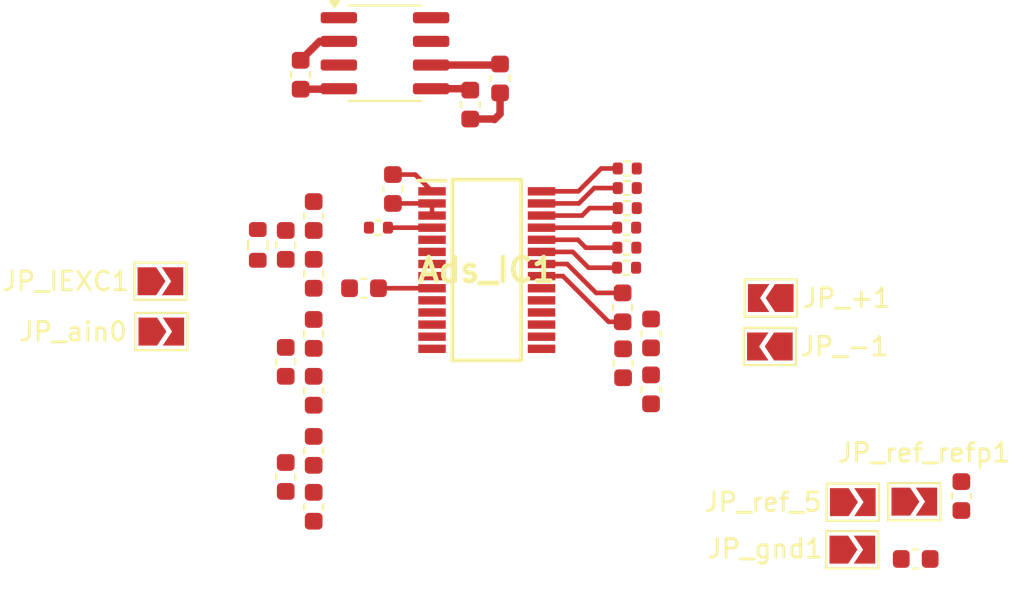
<source format=kicad_pcb>
(kicad_pcb (version 20240108) (generator "pcbnew") (generator_version "8.0")
  (layers (0 "F.Cu" signal) (31 "B.Cu" signal) (34 "B.Paste" user) (35 "F.Paste" user) (36 "B.SilkS" user "B.Silkscreen") (37 "F.SilkS" user "F.Silkscreen") (38 "B.Mask" user) (39 "F.Mask" user) (44 "Edge.Cuts" user))
  (net 0 "")
  (net 1 "+3.3V")
  (net 2 "AVSS")
  (net 3 "AVDD")
  (net 4 "VRefOut")
  (net 5 "/Reset_Ads")
  (net 6 "/SCLK_Ads")
  (net 7 "/DIN_Ads")
  (net 8 "/DOUT_Ads")
  (net 9 "/DRDY_Ads")
  (net 10 "/CS_Ads")
  (net 11 "/START_Ads")
  (net 12 "Net-(Ads_IC1-~{RESET})")
  (net 13 "Net-(Ads_IC1-START)")
  (net 14 "Net-(Ads_IC1-~{CS})")
  (net 15 "Net-(Ads_IC1-~{DRDY})")
  (net 16 "Net-(Ads_IC1-DOUT{slash}~{DRDY})")
  (net 17 "Net-(Ads_IC1-DIN)")
  (net 18 "Net-(Ads_IC1-SCLK)")
  (net 21 "Net-(U1-Trim{slash}NR)")
  (net 24 "REFN0")
  (net 25 "ain3")
  (net 26 "REFP0")
  (net 27 "ain0")
  (net 28 "/5V")
  (net 29 "IEXC1")
  (net 30 "IEXC2")
  (net 31 "ain1")
  (net 32 "ain6")
  (net 33 "ain7")
  (net 34 "/sens_pressure_+")
  (net 35 "/sens_pressure_-")
  (net 36 "/sens_pressure_GND")
  (net 37 "/sens_pressure_ref_5V")
  (net 38 "REFP1")
  (footprint "Jumper:SolderJumper-2_P1.3mm_Open_TrianglePad1.0x1.5mm" (layer "F.Cu") (at 138.725 91.3)
    (property "Reference" "JP_ain0" (at -4.725 0 0) (layer "F.SilkS"))
    (property "Value" "Jumper_2_Open")
    (fp_line (start -1.4 -1) (end 1.4 -1) (stroke (width 0.12)) (layer "F.SilkS"))
    (fp_line (start -1.4 1) (end -1.4 -1) (stroke (width 0.12)) (layer "F.SilkS"))
    (fp_line (start 1.4 -1) (end 1.4 1) (stroke (width 0.12)) (layer "F.SilkS"))
    (fp_line (start 1.4 1) (end -1.4 1) (stroke (width 0.12)) (layer "F.SilkS"))
    (pad "1" smd custom (at -0.725 0) (size 0.3 0.3) (layers "F.Cu" "F.Mask") (net 27 "ain0") (options (clearance outline) (anchor rect)) (primitives (gr_poly (pts (xy 1 0) (xy 0.5 0.75) (xy -0.5 0.75) (xy -0.5 -0.75) (xy 0.5 -0.75)) (width 0) (fill yes))))
    (pad "2" smd custom (at 0.725 0) (size 0.3 0.3) (layers "F.Cu" "F.Mask") (net 31 "ain1") (options (clearance outline) (anchor rect)) (primitives (gr_poly (pts (xy 0.5 0.75) (xy -0.65 0.75) (xy -0.15 0) (xy -0.65 -0.75) (xy 0.5 -0.75)) (width 0) (fill yes))))
  )
  (footprint "Jumper:SolderJumper-2_P1.3mm_Open_TrianglePad1.0x1.5mm" (layer "F.Cu") (at 179.125 100.425)
    (property "Reference" "JP_ref_refp1" (at 0.525 -2.625 0) (layer "F.SilkS"))
    (property "Value" "Jumper_2_Open")
    (fp_line (start -1.4 -1) (end 1.4 -1) (stroke (width 0.12)) (layer "F.SilkS"))
    (fp_line (start -1.4 1) (end -1.4 -1) (stroke (width 0.12)) (layer "F.SilkS"))
    (fp_line (start 1.4 -1) (end 1.4 1) (stroke (width 0.12)) (layer "F.SilkS"))
    (fp_line (start 1.4 1) (end -1.4 1) (stroke (width 0.12)) (layer "F.SilkS"))
    (pad "1" smd custom (at -0.725 0) (size 0.3 0.3) (layers "F.Cu" "F.Mask") (net 3 "AVDD") (options (clearance outline) (anchor rect)) (primitives (gr_poly (pts (xy 1 0) (xy 0.5 0.75) (xy -0.5 0.75) (xy -0.5 -0.75) (xy 0.5 -0.75)) (width 0) (fill yes))))
    (pad "2" smd custom (at 0.725 0) (size 0.3 0.3) (layers "F.Cu" "F.Mask") (net 38 "REFP1") (options (clearance outline) (anchor rect)) (primitives (gr_poly (pts (xy 0.5 0.75) (xy -0.65 0.75) (xy -0.15 0) (xy -0.65 -0.75) (xy 0.5 -0.75)) (width 0) (fill yes))))
  )
  (footprint "Package_SO:SOIC-8_3.9x4.9mm_P1.27mm" (layer "F.Cu") (at 150.725 76.365)
    (property "Reference" "U1" (hide yes))
    (property "Value" "REF5050AD")
    (fp_line (start 0 -2.56) (end -1.95 -2.56) (stroke (width 0.12)) (layer "F.SilkS"))
    (fp_line (start 0 -2.56) (end 1.95 -2.56) (stroke (width 0.12)) (layer "F.SilkS"))
    (fp_line (start 0 2.56) (end -1.95 2.56) (stroke (width 0.12)) (layer "F.SilkS"))
    (fp_line (start 0 2.56) (end 1.95 2.56) (stroke (width 0.12)) (layer "F.SilkS"))
    (fp_poly (pts (xy -2.7 -2.465) (xy -2.94 -2.795) (xy -2.46 -2.795) (xy -2.7 -2.465)) (stroke (width 0.12)) (fill solid) (layer "F.SilkS"))
    (pad "1" smd roundrect (at -2.475 -1.905) (size 1.95 0.6) (layers "F.Cu" "F.Paste" "F.Mask"))
    (pad "2" smd roundrect (at -2.475 -0.635) (size 1.95 0.6) (layers "F.Cu" "F.Paste" "F.Mask") (net 28 "/5V"))
    (pad "3" smd roundrect (at -2.475 0.635) (size 1.95 0.6) (layers "F.Cu" "F.Paste" "F.Mask"))
    (pad "4" smd roundrect (at -2.475 1.905) (size 1.95 0.6) (layers "F.Cu" "F.Paste" "F.Mask") (net 2 "AVSS"))
    (pad "5" smd roundrect (at 2.475 1.905) (size 1.95 0.6) (layers "F.Cu" "F.Paste" "F.Mask") (net 21 "Net-(U1-Trim{slash}NR)"))
    (pad "6" smd roundrect (at 2.475 0.635) (size 1.95 0.6) (layers "F.Cu" "F.Paste" "F.Mask") (net 3 "AVDD"))
    (pad "7" smd roundrect (at 2.475 -0.635) (size 1.95 0.6) (layers "F.Cu" "F.Paste" "F.Mask"))
    (pad "8" smd roundrect (at 2.475 -1.905) (size 1.95 0.6) (layers "F.Cu" "F.Paste" "F.Mask"))
  )
  (footprint "Capacitor_SMD:C_0603_1608Metric" (layer "F.Cu") (at 151.15 83.65 -90)
    (property "Reference" "Ads_C1" (hide yes))
    (property "Value" "0.1uF")
    (fp_line (start -0.14058 0.51) (end 0.14058 0.51) (stroke (width 0.12)) (layer "F.SilkS"))
    (fp_line (start -0.14058 -0.51) (end 0.14058 -0.51) (stroke (width 0.12)) (layer "F.SilkS"))
    (pad "1" smd roundrect (at -0.775 0 270) (size 0.9 0.95) (layers "F.Cu" "F.Paste" "F.Mask") (net 1 "+3.3V"))
    (pad "2" smd roundrect (at 0.775 0 270) (size 0.9 0.95) (layers "F.Cu" "F.Paste" "F.Mask") (net 2 "AVSS"))
  )
  (footprint "Capacitor_SMD:C_0603_1608Metric" (layer "F.Cu") (at 179.2 103.5 180)
    (property "Reference" "Ads_ref_1_C2" (hide yes))
    (property "Value" "0.1uF")
    (fp_line (start -0.14058 0.51) (end 0.14058 0.51) (stroke (width 0.12)) (layer "F.SilkS"))
    (fp_line (start -0.14058 -0.51) (end 0.14058 -0.51) (stroke (width 0.12)) (layer "F.SilkS"))
    (pad "1" smd roundrect (at -0.775 0 180) (size 0.9 0.95) (layers "F.Cu" "F.Paste" "F.Mask") (net 38 "REFP1"))
    (pad "2" smd roundrect (at 0.775 0 180) (size 0.9 0.95) (layers "F.Cu" "F.Paste" "F.Mask") (net 2 "AVSS"))
  )
  (footprint "Jumper:SolderJumper-2_P1.3mm_Open_TrianglePad1.0x1.5mm" (layer "F.Cu") (at 175.825 100.45)
    (property "Reference" "JP_ref_5" (at -4.825 0 0) (layer "F.SilkS"))
    (property "Value" "Jumper_2_Open")
    (fp_line (start -1.4 -1) (end 1.4 -1) (stroke (width 0.12)) (layer "F.SilkS"))
    (fp_line (start -1.4 1) (end -1.4 -1) (stroke (width 0.12)) (layer "F.SilkS"))
    (fp_line (start 1.4 -1) (end 1.4 1) (stroke (width 0.12)) (layer "F.SilkS"))
    (fp_line (start 1.4 1) (end -1.4 1) (stroke (width 0.12)) (layer "F.SilkS"))
    (pad "1" smd custom (at -0.725 0) (size 0.3 0.3) (layers "F.Cu" "F.Mask") (net 37 "/sens_pressure_ref_5V") (options (clearance outline) (anchor rect)) (primitives (gr_poly (pts (xy 1 0) (xy 0.5 0.75) (xy -0.5 0.75) (xy -0.5 -0.75) (xy 0.5 -0.75)) (width 0) (fill yes))))
    (pad "2" smd custom (at 0.725 0) (size 0.3 0.3) (layers "F.Cu" "F.Mask") (net 3 "AVDD") (options (clearance outline) (anchor rect)) (primitives (gr_poly (pts (xy 0.5 0.75) (xy -0.65 0.75) (xy -0.15 0) (xy -0.65 -0.75) (xy 0.5 -0.75)) (width 0) (fill yes))))
  )
  (footprint "Capacitor_SMD:C_0603_1608Metric" (layer "F.Cu") (at 146.9 100.7 -90)
    (property "Reference" "Ads_ain_C3" (hide yes))
    (property "Value" "0.1uF")
    (fp_line (start -0.14058 0.51) (end 0.14058 0.51) (stroke (width 0.12)) (layer "F.SilkS"))
    (fp_line (start -0.14058 -0.51) (end 0.14058 -0.51) (stroke (width 0.12)) (layer "F.SilkS"))
    (pad "1" smd roundrect (at -0.775 0 270) (size 0.9 0.95) (layers "F.Cu" "F.Paste" "F.Mask") (net 26 "REFP0"))
    (pad "2" smd roundrect (at 0.775 0 270) (size 0.9 0.95) (layers "F.Cu" "F.Paste" "F.Mask") (net 2 "AVSS"))
  )
  (footprint "Resistor_SMD:R_0402_1005Metric" (layer "F.Cu") (at 163.7 86.8)
    (property "Reference" "Ads_R6" (hide yes))
    (property "Value" "47")
    (fp_line (start -0.153641 -0.38) (end 0.153641 -0.38) (stroke (width 0.12)) (layer "F.SilkS"))
    (fp_line (start -0.153641 0.38) (end 0.153641 0.38) (stroke (width 0.12)) (layer "F.SilkS"))
    (pad "1" smd roundrect (at -0.51 0) (size 0.54 0.64) (layers "F.Cu" "F.Paste" "F.Mask") (net 14 "Net-(Ads_IC1-~{CS})"))
    (pad "2" smd roundrect (at 0.51 0) (size 0.54 0.64) (layers "F.Cu" "F.Paste" "F.Mask") (net 10 "/CS_Ads"))
  )
  (footprint "Capacitor_SMD:C_0603_1608Metric" (layer "F.Cu") (at 145.4 92.925 -90)
    (property "Reference" "Ads_ain_C5" (hide yes))
    (property "Value" "0.1uF")
    (fp_line (start -0.14058 0.51) (end 0.14058 0.51) (stroke (width 0.12)) (layer "F.SilkS"))
    (fp_line (start -0.14058 -0.51) (end 0.14058 -0.51) (stroke (width 0.12)) (layer "F.SilkS"))
    (pad "1" smd roundrect (at -0.775 0 270) (size 0.9 0.95) (layers "F.Cu" "F.Paste" "F.Mask") (net 31 "ain1"))
    (pad "2" smd roundrect (at 0.775 0 270) (size 0.9 0.95) (layers "F.Cu" "F.Paste" "F.Mask") (net 26 "REFP0"))
  )
  (footprint "Resistor_SMD:R_0603_1608Metric" (layer "F.Cu") (at 143.9 86.65 90)
    (property "Reference" "REF1" (hide yes))
    (property "Value" "10K")
    (fp_line (start -0.237258 -0.5225) (end 0.237258 -0.5225) (stroke (width 0.12)) (layer "F.SilkS"))
    (fp_line (start -0.237258 0.5225) (end 0.237258 0.5225) (stroke (width 0.12)) (layer "F.SilkS"))
    (pad "1" smd roundrect (at -0.825 0 90) (size 0.8 0.95) (layers "F.Cu" "F.Paste" "F.Mask") (net 24 "REFN0"))
    (pad "2" smd roundrect (at 0.825 0 90) (size 0.8 0.95) (layers "F.Cu" "F.Paste" "F.Mask") (net 26 "REFP0"))
  )
  (footprint "Capacitor_SMD:C_0603_1608Metric" (layer "F.Cu") (at 163.475 90 -90)
    (property "Reference" "Ads_C2" (hide yes))
    (property "Value" "0.1uF")
    (fp_line (start -0.14058 0.51) (end 0.14058 0.51) (stroke (width 0.12)) (layer "F.SilkS"))
    (fp_line (start -0.14058 -0.51) (end 0.14058 -0.51) (stroke (width 0.12)) (layer "F.SilkS"))
    (pad "1" smd roundrect (at -0.775 0 270) (size 0.9 0.95) (layers "F.Cu" "F.Paste" "F.Mask") (net 4 "VRefOut"))
    (pad "2" smd roundrect (at 0.775 0 270) (size 0.9 0.95) (layers "F.Cu" "F.Paste" "F.Mask") (net 2 "AVSS"))
  )
  (footprint "Capacitor_SMD:C_0603_1608Metric" (layer "F.Cu") (at 156.9 77.72 -90)
    (property "Reference" "Ref_C2" (hide yes))
    (property "Value" "22uF")
    (fp_line (start -0.14058 0.51) (end 0.14058 0.51) (stroke (width 0.12)) (layer "F.SilkS"))
    (fp_line (start -0.14058 -0.51) (end 0.14058 -0.51) (stroke (width 0.12)) (layer "F.SilkS"))
    (pad "1" smd roundrect (at -0.775 0 270) (size 0.9 0.95) (layers "F.Cu" "F.Paste" "F.Mask") (net 3 "AVDD"))
    (pad "2" smd roundrect (at 0.775 0 270) (size 0.9 0.95) (layers "F.Cu" "F.Paste" "F.Mask") (net 2 "AVSS"))
  )
  (footprint "Capacitor_SMD:C_0603_1608Metric" (layer "F.Cu") (at 146.9 88.2 -90)
    (property "Reference" "Ads_ref_0_C3" (hide yes))
    (property "Value" "0.1uF")
    (fp_line (start -0.14058 0.51) (end 0.14058 0.51) (stroke (width 0.12)) (layer "F.SilkS"))
    (fp_line (start -0.14058 -0.51) (end 0.14058 -0.51) (stroke (width 0.12)) (layer "F.SilkS"))
    (pad "1" smd roundrect (at -0.775 0 270) (size 0.9 0.95) (layers "F.Cu" "F.Paste" "F.Mask") (net 24 "REFN0"))
    (pad "2" smd roundrect (at 0.775 0 270) (size 0.9 0.95) (layers "F.Cu" "F.Paste" "F.Mask") (net 2 "AVSS"))
  )
  (footprint "Capacitor_SMD:C_0603_1608Metric" (layer "F.Cu") (at 146.9 97.7 -90)
    (property "Reference" "Ads_ain_C1" (hide yes))
    (property "Value" "0.1uF")
    (fp_line (start -0.14058 0.51) (end 0.14058 0.51) (stroke (width 0.12)) (layer "F.SilkS"))
    (fp_line (start -0.14058 -0.51) (end 0.14058 -0.51) (stroke (width 0.12)) (layer "F.SilkS"))
    (pad "1" smd roundrect (at -0.775 0 270) (size 0.9 0.95) (layers "F.Cu" "F.Paste" "F.Mask") (net 2 "AVSS"))
    (pad "2" smd roundrect (at 0.775 0 270) (size 0.9 0.95) (layers "F.Cu" "F.Paste" "F.Mask") (net 25 "ain3"))
  )
  (footprint "Jumper:SolderJumper-2_P1.3mm_Open_TrianglePad1.0x1.5mm" (layer "F.Cu") (at 171.375 92.1 180)
    (property "Reference" "JP_-1" (at -4 0 180) (layer "F.SilkS"))
    (property "Value" "Jumper_2_Open")
    (fp_line (start 1.4 1) (end -1.4 1) (stroke (width 0.12)) (layer "F.SilkS"))
    (fp_line (start 1.4 -1) (end 1.4 1) (stroke (width 0.12)) (layer "F.SilkS"))
    (fp_line (start -1.4 1) (end -1.4 -1) (stroke (width 0.12)) (layer "F.SilkS"))
    (fp_line (start -1.4 -1) (end 1.4 -1) (stroke (width 0.12)) (layer "F.SilkS"))
    (pad "1" smd custom (at -0.725 0 180) (size 0.3 0.3) (layers "F.Cu" "F.Mask") (net 35 "/sens_pressure_-") (options (clearance outline) (anchor rect)) (primitives (gr_poly (pts (xy 1 0) (xy 0.5 0.75) (xy -0.5 0.75) (xy -0.5 -0.75) (xy 0.5 -0.75)) (width 0) (fill yes))))
    (pad "2" smd custom (at 0.725 0 180) (size 0.3 0.3) (layers "F.Cu" "F.Mask") (net 33 "ain7") (options (clearance outline) (anchor rect)) (primitives (gr_poly (pts (xy 0.5 0.75) (xy -0.65 0.75) (xy -0.15 0) (xy -0.65 -0.75) (xy 0.5 -0.75)) (width 0) (fill yes))))
  )
  (footprint "Resistor_SMD:R_0402_1005Metric" (layer "F.Cu") (at 163.725 82.55)
    (property "Reference" "Ads_R2" (hide yes))
    (property "Value" "47")
    (fp_line (start -0.153641 -0.38) (end 0.153641 -0.38) (stroke (width 0.12)) (layer "F.SilkS"))
    (fp_line (start -0.153641 0.38) (end 0.153641 0.38) (stroke (width 0.12)) (layer "F.SilkS"))
    (pad "1" smd roundrect (at -0.51 0) (size 0.54 0.64) (layers "F.Cu" "F.Paste" "F.Mask") (net 18 "Net-(Ads_IC1-SCLK)"))
    (pad "2" smd roundrect (at 0.51 0) (size 0.54 0.64) (layers "F.Cu" "F.Paste" "F.Mask") (net 6 "/SCLK_Ads"))
  )
  (footprint "Capacitor_SMD:C_0603_1608Metric" (layer "F.Cu") (at 146.9 94.475 -90)
    (property "Reference" "Ads_ain_C6" (hide yes))
    (property "Value" "0.1uF")
    (fp_line (start -0.14058 0.51) (end 0.14058 0.51) (stroke (width 0.12)) (layer "F.SilkS"))
    (fp_line (start -0.14058 -0.51) (end 0.14058 -0.51) (stroke (width 0.12)) (layer "F.SilkS"))
    (pad "1" smd roundrect (at -0.775 0 270) (size 0.9 0.95) (layers "F.Cu" "F.Paste" "F.Mask") (net 26 "REFP0"))
    (pad "2" smd roundrect (at 0.775 0 270) (size 0.9 0.95) (layers "F.Cu" "F.Paste" "F.Mask") (net 2 "AVSS"))
  )
  (footprint "Capacitor_SMD:C_0603_1608Metric" (layer "F.Cu") (at 181.65 100.125 -90)
    (property "Reference" "Ads_ref_1_C1" (hide yes))
    (property "Value" "0.1uF")
    (fp_line (start -0.14058 0.51) (end 0.14058 0.51) (stroke (width 0.12)) (layer "F.SilkS"))
    (fp_line (start -0.14058 -0.51) (end 0.14058 -0.51) (stroke (width 0.12)) (layer "F.SilkS"))
    (pad "1" smd roundrect (at -0.775 0 270) (size 0.9 0.95) (layers "F.Cu" "F.Paste" "F.Mask") (net 2 "AVSS"))
    (pad "2" smd roundrect (at 0.775 0 270) (size 0.9 0.95) (layers "F.Cu" "F.Paste" "F.Mask") (net 38 "REFP1"))
  )
  (footprint "Resistor_SMD:R_0402_1005Metric" (layer "F.Cu") (at 150.375 85.725)
    (property "Reference" "Ads_R1" (hide yes))
    (property "Value" "47")
    (fp_line (start -0.153641 -0.38) (end 0.153641 -0.38) (stroke (width 0.12)) (layer "F.SilkS"))
    (fp_line (start -0.153641 0.38) (end 0.153641 0.38) (stroke (width 0.12)) (layer "F.SilkS"))
    (pad "1" smd roundrect (at -0.51 0) (size 0.54 0.64) (layers "F.Cu" "F.Paste" "F.Mask") (net 5 "/Reset_Ads"))
    (pad "2" smd roundrect (at 0.51 0) (size 0.54 0.64) (layers "F.Cu" "F.Paste" "F.Mask") (net 12 "Net-(Ads_IC1-~{RESET})"))
  )
  (footprint "Capacitor_SMD:C_0603_1608Metric" (layer "F.Cu") (at 146.2 77.52 90)
    (property "Reference" "Ref_C1" (hide yes))
    (property "Value" "1uF")
    (fp_line (start -0.14058 -0.51) (end 0.14058 -0.51) (stroke (width 0.12)) (layer "F.SilkS"))
    (fp_line (start -0.14058 0.51) (end 0.14058 0.51) (stroke (width 0.12)) (layer "F.SilkS"))
    (pad "1" smd roundrect (at -0.775 0 90) (size 0.9 0.95) (layers "F.Cu" "F.Paste" "F.Mask") (net 2 "AVSS"))
    (pad "2" smd roundrect (at 0.775 0 90) (size 0.9 0.95) (layers "F.Cu" "F.Paste" "F.Mask") (net 28 "/5V"))
  )
  (footprint "Capacitor_SMD:C_0603_1608Metric" (layer "F.Cu") (at 146.9 91.425 -90)
    (property "Reference" "Ads_ain_C4" (hide yes))
    (property "Value" "0.1uF")
    (fp_line (start -0.14058 0.51) (end 0.14058 0.51) (stroke (width 0.12)) (layer "F.SilkS"))
    (fp_line (start -0.14058 -0.51) (end 0.14058 -0.51) (stroke (width 0.12)) (layer "F.SilkS"))
    (pad "1" smd roundrect (at -0.775 0 270) (size 0.9 0.95) (layers "F.Cu" "F.Paste" "F.Mask") (net 2 "AVSS"))
    (pad "2" smd roundrect (at 0.775 0 270) (size 0.9 0.95) (layers "F.Cu" "F.Paste" "F.Mask") (net 31 "ain1"))
  )
  (footprint "Capacitor_SMD:C_0603_1608Metric" (layer "F.Cu") (at 145.4 86.65 -90)
    (property "Reference" "Ads_ref_0_C2" (hide yes))
    (property "Value" "0.1uF")
    (fp_line (start -0.14058 0.51) (end 0.14058 0.51) (stroke (width 0.12)) (layer "F.SilkS"))
    (fp_line (start -0.14058 -0.51) (end 0.14058 -0.51) (stroke (width 0.12)) (layer "F.SilkS"))
    (pad "1" smd roundrect (at -0.775 0 270) (size 0.9 0.95) (layers "F.Cu" "F.Paste" "F.Mask") (net 26 "REFP0"))
    (pad "2" smd roundrect (at 0.775 0 270) (size 0.9 0.95) (layers "F.Cu" "F.Paste" "F.Mask") (net 24 "REFN0"))
  )
  (footprint "Capacitor_SMD:C_0603_1608Metric" (layer "F.Cu") (at 149.6 88.975 180)
    (property "Reference" "Ads_C3" (hide yes))
    (property "Value" "0.1uF")
    (fp_line (start -0.14058 0.51) (end 0.14058 0.51) (stroke (width 0.12)) (layer "F.SilkS"))
    (fp_line (start -0.14058 -0.51) (end 0.14058 -0.51) (stroke (width 0.12)) (layer "F.SilkS"))
    (pad "1" smd roundrect (at -0.775 0 180) (size 0.9 0.95) (layers "F.Cu" "F.Paste" "F.Mask") (net 3 "AVDD"))
    (pad "2" smd roundrect (at 0.775 0 180) (size 0.9 0.95) (layers "F.Cu" "F.Paste" "F.Mask") (net 2 "AVSS"))
  )
  (footprint "Resistor_SMD:R_0402_1005Metric" (layer "F.Cu") (at 163.69 85.725)
    (property "Reference" "Ads_R5" (hide yes))
    (property "Value" "47")
    (fp_line (start -0.153641 -0.38) (end 0.153641 -0.38) (stroke (width 0.12)) (layer "F.SilkS"))
    (fp_line (start -0.153641 0.38) (end 0.153641 0.38) (stroke (width 0.12)) (layer "F.SilkS"))
    (pad "1" smd roundrect (at -0.51 0) (size 0.54 0.64) (layers "F.Cu" "F.Paste" "F.Mask") (net 15 "Net-(Ads_IC1-~{DRDY})"))
    (pad "2" smd roundrect (at 0.51 0) (size 0.54 0.64) (layers "F.Cu" "F.Paste" "F.Mask") (net 9 "/DRDY_Ads"))
  )
  (footprint "Capacitor_SMD:C_0603_1608Metric" (layer "F.Cu") (at 155.3 79.12 -90)
    (property "Reference" "Ref_C3" (hide yes))
    (property "Value" "1uF")
    (fp_line (start -0.14058 0.51) (end 0.14058 0.51) (stroke (width 0.12)) (layer "F.SilkS"))
    (fp_line (start -0.14058 -0.51) (end 0.14058 -0.51) (stroke (width 0.12)) (layer "F.SilkS"))
    (pad "1" smd roundrect (at -0.775 0 270) (size 0.9 0.95) (layers "F.Cu" "F.Paste" "F.Mask") (net 21 "Net-(U1-Trim{slash}NR)"))
    (pad "2" smd roundrect (at 0.775 0 270) (size 0.9 0.95) (layers "F.Cu" "F.Paste" "F.Mask") (net 2 "AVSS"))
  )
  (footprint "Resistor_SMD:R_0402_1005Metric" (layer "F.Cu") (at 163.725 84.675)
    (property "Reference" "Ads_R4" (hide yes))
    (property "Value" "47")
    (fp_line (start -0.153641 -0.38) (end 0.153641 -0.38) (stroke (width 0.12)) (layer "F.SilkS"))
    (fp_line (start -0.153641 0.38) (end 0.153641 0.38) (stroke (width 0.12)) (layer "F.SilkS"))
    (pad "1" smd roundrect (at -0.51 0) (size 0.54 0.64) (layers "F.Cu" "F.Paste" "F.Mask") (net 16 "Net-(Ads_IC1-DOUT{slash}~{DRDY})"))
    (pad "2" smd roundrect (at 0.51 0) (size 0.54 0.64) (layers "F.Cu" "F.Paste" "F.Mask") (net 8 "/DOUT_Ads"))
  )
  (footprint "Capacitor_SMD:C_0603_1608Metric" (layer "F.Cu") (at 165 91.4 -90)
    (property "Reference" "CRTD_I_CM5" (hide yes))
    (property "Value" "C")
    (fp_line (start -0.14058 0.51) (end 0.14058 0.51) (stroke (width 0.12)) (layer "F.SilkS"))
    (fp_line (start -0.14058 -0.51) (end 0.14058 -0.51) (stroke (width 0.12)) (layer "F.SilkS"))
    (pad "1" smd roundrect (at -0.775 0 270) (size 0.9 0.95) (layers "F.Cu" "F.Paste" "F.Mask") (net 2 "AVSS"))
    (pad "2" smd roundrect (at 0.775 0 270) (size 0.9 0.95) (layers "F.Cu" "F.Paste" "F.Mask") (net 32 "ain6"))
  )
  (footprint "Resistor_SMD:R_0402_1005Metric" (layer "F.Cu") (at 163.725 83.6)
    (property "Reference" "Ads_R3" (hide yes))
    (property "Value" "47")
    (fp_line (start -0.153641 -0.38) (end 0.153641 -0.38) (stroke (width 0.12)) (layer "F.SilkS"))
    (fp_line (start -0.153641 0.38) (end 0.153641 0.38) (stroke (width 0.12)) (layer "F.SilkS"))
    (pad "1" smd roundrect (at -0.51 0) (size 0.54 0.64) (layers "F.Cu" "F.Paste" "F.Mask") (net 17 "Net-(Ads_IC1-DIN)"))
    (pad "2" smd roundrect (at 0.51 0) (size 0.54 0.64) (layers "F.Cu" "F.Paste" "F.Mask") (net 7 "/DIN_Ads"))
  )
  (footprint "Capacitor_SMD:C_0603_1608Metric" (layer "F.Cu") (at 145.4 99.1 -90)
    (property "Reference" "Ads_ain_C2" (hide yes))
    (property "Value" "0.1uF")
    (fp_line (start -0.14058 0.51) (end 0.14058 0.51) (stroke (width 0.12)) (layer "F.SilkS"))
    (fp_line (start -0.14058 -0.51) (end 0.14058 -0.51) (stroke (width 0.12)) (layer "F.SilkS"))
    (pad "1" smd roundrect (at -0.775 0 270) (size 0.9 0.95) (layers "F.Cu" "F.Paste" "F.Mask") (net 25 "ain3"))
    (pad "2" smd roundrect (at 0.775 0 270) (size 0.9 0.95) (layers "F.Cu" "F.Paste" "F.Mask") (net 26 "REFP0"))
  )
  (footprint "Jumper:SolderJumper-2_P1.3mm_Open_TrianglePad1.0x1.5mm" (layer "F.Cu") (at 175.8 103)
    (property "Reference" "JP_gnd1" (at -4.675 -0.05 0) (layer "F.SilkS"))
    (property "Value" "Jumper_2_Open")
    (fp_line (start -1.4 -1) (end 1.4 -1) (stroke (width 0.12)) (layer "F.SilkS"))
    (fp_line (start -1.4 1) (end -1.4 -1) (stroke (width 0.12)) (layer "F.SilkS"))
    (fp_line (start 1.4 -1) (end 1.4 1) (stroke (width 0.12)) (layer "F.SilkS"))
    (fp_line (start 1.4 1) (end -1.4 1) (stroke (width 0.12)) (layer "F.SilkS"))
    (pad "1" smd custom (at -0.725 0) (size 0.3 0.3) (layers "F.Cu" "F.Mask") (net 36 "/sens_pressure_GND") (options (clearance outline) (anchor rect)) (primitives (gr_poly (pts (xy 1 0) (xy 0.5 0.75) (xy -0.5 0.75) (xy -0.5 -0.75) (xy 0.5 -0.75)) (width 0) (fill yes))))
    (pad "2" smd custom (at 0.725 0) (size 0.3 0.3) (layers "F.Cu" "F.Mask") (net 2 "AVSS") (options (clearance outline) (anchor rect)) (primitives (gr_poly (pts (xy 0.5 0.75) (xy -0.65 0.75) (xy -0.15 0) (xy -0.65 -0.75) (xy 0.5 -0.75)) (width 0) (fill yes))))
  )
  (footprint "Capacitor_SMD:C_0603_1608Metric" (layer "F.Cu") (at 163.5 93 -90)
    (property "Reference" "CRTD_I_DIFF3" (hide yes))
    (property "Value" "C")
    (fp_line (start -0.14058 0.51) (end 0.14058 0.51) (stroke (width 0.12)) (layer "F.SilkS"))
    (fp_line (start -0.14058 -0.51) (end 0.14058 -0.51) (stroke (width 0.12)) (layer "F.SilkS"))
    (pad "1" smd roundrect (at -0.775 0 270) (size 0.9 0.95) (layers "F.Cu" "F.Paste" "F.Mask") (net 32 "ain6"))
    (pad "2" smd roundrect (at 0.775 0 270) (size 0.9 0.95) (layers "F.Cu" "F.Paste" "F.Mask") (net 33 "ain7"))
  )
  (footprint "Capacitor_SMD:C_0603_1608Metric" (layer "F.Cu") (at 146.9 85.1 -90)
    (property "Reference" "Ads_ref_0_C1" (hide yes))
    (property "Value" "0.1uF")
    (fp_line (start -0.14058 0.51) (end 0.14058 0.51) (stroke (width 0.12)) (layer "F.SilkS"))
    (fp_line (start -0.14058 -0.51) (end 0.14058 -0.51) (stroke (width 0.12)) (layer "F.SilkS"))
    (pad "1" smd roundrect (at -0.775 0 270) (size 0.9 0.95) (layers "F.Cu" "F.Paste" "F.Mask") (net 2 "AVSS"))
    (pad "2" smd roundrect (at 0.775 0 270) (size 0.9 0.95) (layers "F.Cu" "F.Paste" "F.Mask") (net 26 "REFP0"))
  )
  (footprint "Capacitor_SMD:C_0603_1608Metric" (layer "F.Cu") (at 165 94.4 -90)
    (property "Reference" "CRTD_I_CM6" (hide yes))
    (property "Value" "C")
    (fp_line (start -0.14058 0.51) (end 0.14058 0.51) (stroke (width 0.12)) (layer "F.SilkS"))
    (fp_line (start -0.14058 -0.51) (end 0.14058 -0.51) (stroke (width 0.12)) (layer "F.SilkS"))
    (pad "1" smd roundrect (at -0.775 0 270) (size 0.9 0.95) (layers "F.Cu" "F.Paste" "F.Mask") (net 33 "ain7"))
    (pad "2" smd roundrect (at 0.775 0 270) (size 0.9 0.95) (layers "F.Cu" "F.Paste" "F.Mask") (net 2 "AVSS"))
  )
  (footprint "Jumper:SolderJumper-2_P1.3mm_Open_TrianglePad1.0x1.5mm" (layer "F.Cu") (at 138.675 88.6)
    (property "Reference" "JP_IEXC1" (at -5.075 0 0) (layer "F.SilkS"))
    (property "Value" "Jumper_2_Open")
    (fp_line (start -1.4 -1) (end 1.4 -1) (stroke (width 0.12)) (layer "F.SilkS"))
    (fp_line (start -1.4 1) (end -1.4 -1) (stroke (width 0.12)) (layer "F.SilkS"))
    (fp_line (start 1.4 -1) (end 1.4 1) (stroke (width 0.12)) (layer "F.SilkS"))
    (fp_line (start 1.4 1) (end -1.4 1) (stroke (width 0.12)) (layer "F.SilkS"))
    (pad "1" smd custom (at -0.725 0) (size 0.3 0.3) (layers "F.Cu" "F.Mask") (net 29 "IEXC1") (options (clearance outline) (anchor rect)) (primitives (gr_poly (pts (xy 1 0) (xy 0.5 0.75) (xy -0.5 0.75) (xy -0.5 -0.75) (xy 0.5 -0.75)) (width 0) (fill yes))))
    (pad "2" smd custom (at 0.725 0) (size 0.3 0.3) (layers "F.Cu" "F.Mask") (net 31 "ain1") (options (clearance outline) (anchor rect)) (primitives (gr_poly (pts (xy 0.5 0.75) (xy -0.65 0.75) (xy -0.15 0) (xy -0.65 -0.75) (xy 0.5 -0.75)) (width 0) (fill yes))))
  )
  (footprint "Jumper:SolderJumper-2_P1.3mm_Open_TrianglePad1.0x1.5mm" (layer "F.Cu") (at 171.425 89.5 180)
    (property "Reference" "JP_+1" (at -4.075 0 180) (layer "F.SilkS"))
    (property "Value" "Jumper_2_Open")
    (fp_line (start 1.4 1) (end -1.4 1) (stroke (width 0.12)) (layer "F.SilkS"))
    (fp_line (start 1.4 -1) (end 1.4 1) (stroke (width 0.12)) (layer "F.SilkS"))
    (fp_line (start -1.4 1) (end -1.4 -1) (stroke (width 0.12)) (layer "F.SilkS"))
    (fp_line (start -1.4 -1) (end 1.4 -1) (stroke (width 0.12)) (layer "F.SilkS"))
    (pad "1" smd custom (at -0.725 0 180) (size 0.3 0.3) (layers "F.Cu" "F.Mask") (net 34 "/sens_pressure_+") (options (clearance outline) (anchor rect)) (primitives (gr_poly (pts (xy 1 0) (xy 0.5 0.75) (xy -0.5 0.75) (xy -0.5 -0.75) (xy 0.5 -0.75)) (width 0) (fill yes))))
    (pad "2" smd custom (at 0.725 0 180) (size 0.3 0.3) (layers "F.Cu" "F.Mask") (net 32 "ain6") (options (clearance outline) (anchor rect)) (primitives (gr_poly (pts (xy 0.5 0.75) (xy -0.65 0.75) (xy -0.15 0) (xy -0.65 -0.75) (xy 0.5 -0.75)) (width 0) (fill yes))))
  )
  (footprint "ADS1248:SOP65P640X120-28N" (layer "F.Cu") (at 156.187 88)
    (property "Reference" "Ads_IC1" (at 0 0 0) (layer "F.SilkS") (effects (font (size 1.27 1.27) (thickness 0.254))))
    (property "Value" "ADS1248IPWR" (hide yes))
    (fp_line (start -3.675 -4.8) (end -2.2 -4.8) (stroke (width 0.2)) (layer "F.SilkS"))
    (fp_line (start -1.85 -4.85) (end 1.85 -4.85) (stroke (width 0.2)) (layer "F.SilkS"))
    (fp_line (start -1.85 4.85) (end -1.85 -4.85) (stroke (width 0.2)) (layer "F.SilkS"))
    (fp_line (start 1.85 -4.85) (end 1.85 4.85) (stroke (width 0.2)) (layer "F.SilkS"))
    (fp_line (start 1.85 4.85) (end -1.85 4.85) (stroke (width 0.2)) (layer "F.SilkS"))
    (pad "1" smd rect (at -2.938 -4.225 90) (size 0.45 1.475) (layers "F.Cu" "F.Paste" "F.Mask") (net 1 "+3.3V"))
    (pad "2" smd rect (at -2.938 -3.575 90) (size 0.45 1.475) (layers "F.Cu" "F.Paste" "F.Mask") (net 2 "AVSS"))
    (pad "3" smd rect (at -2.938 -2.925 90) (size 0.45 1.475) (layers "F.Cu" "F.Paste" "F.Mask") (net 2 "AVSS"))
    (pad "4" smd rect (at -2.938 -2.275 90) (size 0.45 1.475) (layers "F.Cu" "F.Paste" "F.Mask") (net 12 "Net-(Ads_IC1-~{RESET})"))
    (pad "5" smd rect (at -2.938 -1.625 90) (size 0.45 1.475) (layers "F.Cu" "F.Paste" "F.Mask") (net 26 "REFP0"))
    (pad "6" smd rect (at -2.938 -0.975 90) (size 0.45 1.475) (layers "F.Cu" "F.Paste" "F.Mask") (net 24 "REFN0"))
    (pad "7" smd rect (at -2.938 -0.325 90) (size 0.45 1.475) (layers "F.Cu" "F.Paste" "F.Mask") (net 38 "REFP1"))
    (pad "8" smd rect (at -2.938 0.325 90) (size 0.45 1.475) (layers "F.Cu" "F.Paste" "F.Mask") (net 2 "AVSS"))
    (pad "9" smd rect (at -2.938 0.975 90) (size 0.45 1.475) (layers "F.Cu" "F.Paste" "F.Mask") (net 4 "VRefOut"))
    (pad "10" smd rect (at -2.938 1.625 90) (size 0.45 1.475) (layers "F.Cu" "F.Paste" "F.Mask") (net 2 "AVSS"))
    (pad "11" smd rect (at -2.938 2.275 90) (size 0.45 1.475) (layers "F.Cu" "F.Paste" "F.Mask") (net 27 "ain0"))
    (pad "12" smd rect (at -2.938 2.925 90) (size 0.45 1.475) (layers "F.Cu" "F.Paste" "F.Mask") (net 31 "ain1"))
    (pad "13" smd rect (at -2.938 3.575 90) (size 0.45 1.475) (layers "F.Cu" "F.Paste" "F.Mask") (net 25 "ain3"))
    (pad "14" smd rect (at -2.938 4.225 90) (size 0.45 1.475) (layers "F.Cu" "F.Paste" "F.Mask") (net 26 "REFP0"))
    (pad "15" smd rect (at 2.938 4.225 90) (size 0.45 1.475) (layers "F.Cu" "F.Paste" "F.Mask") (net 32 "ain6"))
    (pad "16" smd rect (at 2.938 3.575 90) (size 0.45 1.475) (layers "F.Cu" "F.Paste" "F.Mask") (net 33 "ain7"))
    (pad "17" smd rect (at 2.938 2.925 90) (size 0.45 1.475) (layers "F.Cu" "F.Paste" "F.Mask") (net 26 "REFP0"))
    (pad "18" smd rect (at 2.938 2.275 90) (size 0.45 1.475) (layers "F.Cu" "F.Paste" "F.Mask") (net 25 "ain3"))
    (pad "19" smd rect (at 2.938 1.625 90) (size 0.45 1.475) (layers "F.Cu" "F.Paste" "F.Mask") (net 30 "IEXC2"))
    (pad "20" smd rect (at 2.938 0.975 90) (size 0.45 1.475) (layers "F.Cu" "F.Paste" "F.Mask") (net 29 "IEXC1"))
    (pad "21" smd rect (at 2.938 0.325 90) (size 0.45 1.475) (layers "F.Cu" "F.Paste" "F.Mask") (net 2 "AVSS"))
    (pad "22" smd rect (at 2.938 -0.325 90) (size 0.45 1.475) (layers "F.Cu" "F.Paste" "F.Mask") (net 3 "AVDD"))
    (pad "23" smd rect (at 2.938 -0.975 90) (size 0.45 1.475) (layers "F.Cu" "F.Paste" "F.Mask") (net 13 "Net-(Ads_IC1-START)"))
    (pad "24" smd rect (at 2.938 -1.625 90) (size 0.45 1.475) (layers "F.Cu" "F.Paste" "F.Mask") (net 14 "Net-(Ads_IC1-~{CS})"))
    (pad "25" smd rect (at 2.938 -2.275 90) (size 0.45 1.475) (layers "F.Cu" "F.Paste" "F.Mask") (net 15 "Net-(Ads_IC1-~{DRDY})"))
    (pad "26" smd rect (at 2.938 -2.925 90) (size 0.45 1.475) (layers "F.Cu" "F.Paste" "F.Mask") (net 16 "Net-(Ads_IC1-DOUT{slash}~{DRDY})"))
    (pad "27" smd rect (at 2.938 -3.575 90) (size 0.45 1.475) (layers "F.Cu" "F.Paste" "F.Mask") (net 17 "Net-(Ads_IC1-DIN)"))
    (pad "28" smd rect (at 2.938 -4.225 90) (size 0.45 1.475) (layers "F.Cu" "F.Paste" "F.Mask") (net 18 "Net-(Ads_IC1-SCLK)"))
  )
  (footprint "Resistor_SMD:R_0402_1005Metric" (layer "F.Cu") (at 163.685 87.875)
    (property "Reference" "Ads_R7" (hide yes))
    (property "Value" "47")
    (fp_line (start -0.153641 -0.38) (end 0.153641 -0.38) (stroke (width 0.12)) (layer "F.SilkS"))
    (fp_line (start -0.153641 0.38) (end 0.153641 0.38) (stroke (width 0.12)) (layer "F.SilkS"))
    (pad "1" smd roundrect (at -0.51 0) (size 0.54 0.64) (layers "F.Cu" "F.Paste" "F.Mask") (net 13 "Net-(Ads_IC1-START)"))
    (pad "2" smd roundrect (at 0.51 0) (size 0.54 0.64) (layers "F.Cu" "F.Paste" "F.Mask") (net 11 "/START_Ads"))
  )
  (segment (start 152.349 82.875) (end 153.249 83.775) (width 0.25) (layer "F.Cu") (net 1))
  (segment (start 151.15 82.875) (end 152.349 82.875) (width 0.25) (layer "F.Cu") (net 1))
  (segment (start 156.6 79.92) (end 156.9 79.62) (width 0.4) (layer "F.Cu") (net 2))
  (segment (start 162.725 90.775) (end 163.475 90.775) (width 0.25) (layer "F.Cu") (net 2))
  (segment (start 146.2 78.295) (end 148.225 78.295) (width 0.4) (layer "F.Cu") (net 2))
  (segment (start 159.125 88.325) (end 160.275 88.325) (width 0.25) (layer "F.Cu") (net 2))
  (segment (start 160.275 88.325) (end 162.725 90.775) (width 0.25) (layer "F.Cu") (net 2))
  (segment (start 151.15 84.425) (end 153.249 84.425) (width 0.25) (layer "F.Cu") (net 2))
  (segment (start 153.249 84.425) (end 153.249 85.075) (width 0.25) (layer "F.Cu") (net 2))
  (segment (start 155.3 79.895) (end 156.575 79.895) (width 0.4) (layer "F.Cu") (net 2))
  (segment (start 156.9 79.62) (end 156.9 78.495) (width 0.4) (layer "F.Cu") (net 2))
  (segment (start 148.225 78.295) (end 148.25 78.27) (width 0.4) (layer "F.Cu") (net 2))
  (segment (start 156.575 79.895) (end 156.6 79.92) (width 0.4) (layer "F.Cu") (net 2))
  (segment (start 153.2 77) (end 156.845 77) (width 0.4) (layer "F.Cu") (net 3))
  (segment (start 162.05 89.225) (end 163.475 89.225) (width 0.25) (layer "F.Cu") (net 3))
  (segment (start 159.125 87.675) (end 160.5 87.675) (width 0.25) (layer "F.Cu") (net 3))
  (segment (start 156.845 77) (end 156.9 76.945) (width 0.4) (layer "F.Cu") (net 3))
  (segment (start 160.5 87.675) (end 162.05 89.225) (width 0.25) (layer "F.Cu") (net 3))
  (segment (start 150.375 88.975) (end 153.249 88.975) (width 0.25) (layer "F.Cu") (net 4))
  (segment (start 150.885 85.725) (end 153.249 85.725) (width 0.25) (layer "F.Cu") (net 12))
  (segment (start 160.8 87.025) (end 159.125 87.025) (width 0.25) (layer "F.Cu") (net 13))
  (segment (start 163.175 87.875) (end 161.65 87.875) (width 0.25) (layer "F.Cu") (net 13))
  (segment (start 161.65 87.875) (end 160.8 87.025) (width 0.25) (layer "F.Cu") (net 13))
  (segment (start 161.5 86.8) (end 161.075 86.375) (width 0.25) (layer "F.Cu") (net 14))
  (segment (start 161.075 86.375) (end 159.125 86.375) (width 0.25) (layer "F.Cu") (net 14))
  (segment (start 163.19 86.8) (end 161.5 86.8) (width 0.25) (layer "F.Cu") (net 14))
  (segment (start 163.18 85.725) (end 159.125 85.725) (width 0.25) (layer "F.Cu") (net 15))
  (segment (start 163.215 84.675) (end 161.7 84.675) (width 0.25) (layer "F.Cu") (net 16))
  (segment (start 161.7 84.675) (end 161.3 85.075) (width 0.25) (layer "F.Cu") (net 16))
  (segment (start 161.3 85.075) (end 159.125 85.075) (width 0.25) (layer "F.Cu") (net 16))
  (segment (start 161.95 83.6) (end 161.125 84.425) (width 0.25) (layer "F.Cu") (net 17))
  (segment (start 161.125 84.425) (end 159.125 84.425) (width 0.25) (layer "F.Cu") (net 17))
  (segment (start 163.215 83.6) (end 161.95 83.6) (width 0.25) (layer "F.Cu") (net 17))
  (segment (start 162.325 82.55) (end 161.1 83.775) (width 0.25) (layer "F.Cu") (net 18))
  (segment (start 161.1 83.775) (end 159.125 83.775) (width 0.25) (layer "F.Cu") (net 18))
  (segment (start 163.215 82.55) (end 162.325 82.55) (width 0.25) (layer "F.Cu") (net 18))
  (segment (start 155.225 78.27) (end 155.3 78.345) (width 0.4) (layer "F.Cu") (net 21))
  (segment (start 153.2 78.27) (end 155.225 78.27) (width 0.4) (layer "F.Cu") (net 21))
  (segment (start 146.2 76.745) (end 147.215 75.73) (width 0.4) (layer "F.Cu") (net 28))
  (segment (start 147.215 75.73) (end 148.25 75.73) (width 0.4) (layer "F.Cu") (net 28))
)
</source>
